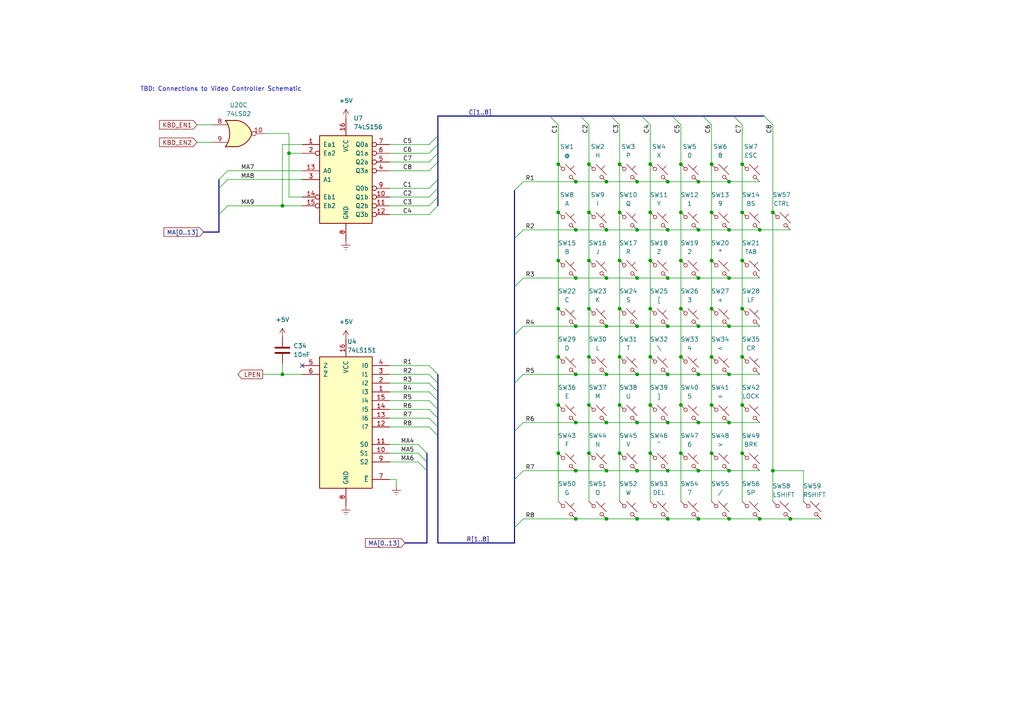
<source format=kicad_sch>
(kicad_sch (version 20230121) (generator eeschema)
  (paper "A4")
  (title_block (title "Microbee Kit") (date "1982") (rev "1") (comment 1 "(c) 1982 OJH MICROWORLD") (comment 2 "Schematic Resrawn by Rhys Weatherley"))
  (lib_symbols
    (symbol "74xx:74LS02" (pin_names (offset 1.016))
      (property "Reference" "U" (at 0 1.27 0))
      (property "Value" "74LS02" (at 0 -1.27 0))
      (symbol "74LS02_1_1"
        (arc (start -3.81 -3.81) (mid -2.589 0) (end -3.81 3.81) (stroke (width 0.254)))
        (arc (start -0.6096 -3.81) (mid 2.1842 -2.5851) (end 3.81 0) (stroke (width 0.254)) (fill (type background)))
        (polyline (pts (xy -3.81 -3.81) (xy -0.635 -3.81)) (stroke (width 0.254)) (fill (type background)))
        (polyline (pts (xy -3.81 3.81) (xy -0.635 3.81)) (stroke (width 0.254)) (fill (type background)))
        (polyline (pts (xy -0.635 3.81) (xy -3.81 3.81) (xy -3.81 3.81) (xy -3.556 3.4036) (xy -3.0226 2.2606) (xy -2.6924 1.0414) (xy -2.6162 -0.254) (xy -2.7686 -1.4986) (xy -3.175 -2.7178) (xy -3.81 -3.81) (xy -3.81 -3.81) (xy -0.635 -3.81)) (stroke (width -25.4)) (fill (type background)))
        (arc (start 3.81 0) (mid 2.1915 2.5936) (end -0.6096 3.81) (stroke (width 0.254)) (fill (type background)))
        (pin output inverted (at 7.62 0 180) (length 3.81) (name "~") (number "1"))
        (pin input line (at -7.62 2.54 0) (length 4.318) (name "~") (number "2"))
        (pin input line (at -7.62 -2.54 0) (length 4.318) (name "~") (number "3"))
      )
      (symbol "74LS02_1_2"
        (arc (start 0 -3.81) (mid 3.7934 0) (end 0 3.81) (stroke (width 0.254)) (fill (type background)))
        (polyline (pts (xy 0 3.81) (xy -3.81 3.81) (xy -3.81 -3.81) (xy 0 -3.81)) (stroke (width 0.254)) (fill (type background)))
        (pin output line (at 7.62 0 180) (length 3.81) (name "~") (number "1"))
        (pin input inverted (at -7.62 2.54 0) (length 3.81) (name "~") (number "2"))
        (pin input inverted (at -7.62 -2.54 0) (length 3.81) (name "~") (number "3"))
      )
      (symbol "74LS02_2_1"
        (arc (start -3.81 -3.81) (mid -2.589 0) (end -3.81 3.81) (stroke (width 0.254)))
        (arc (start -0.6096 -3.81) (mid 2.1842 -2.5851) (end 3.81 0) (stroke (width 0.254)) (fill (type background)))
        (polyline (pts (xy -3.81 -3.81) (xy -0.635 -3.81)) (stroke (width 0.254)) (fill (type background)))
        (polyline (pts (xy -3.81 3.81) (xy -0.635 3.81)) (stroke (width 0.254)) (fill (type background)))
        (polyline (pts (xy -0.635 3.81) (xy -3.81 3.81) (xy -3.81 3.81) (xy -3.556 3.4036) (xy -3.0226 2.2606) (xy -2.6924 1.0414) (xy -2.6162 -0.254) (xy -2.7686 -1.4986) (xy -3.175 -2.7178) (xy -3.81 -3.81) (xy -3.81 -3.81) (xy -0.635 -3.81)) (stroke (width -25.4)) (fill (type background)))
        (arc (start 3.81 0) (mid 2.1915 2.5936) (end -0.6096 3.81) (stroke (width 0.254)) (fill (type background)))
        (pin output inverted (at 7.62 0 180) (length 3.81) (name "~") (number "4"))
        (pin input line (at -7.62 2.54 0) (length 4.318) (name "~") (number "5"))
        (pin input line (at -7.62 -2.54 0) (length 4.318) (name "~") (number "6"))
      )
      (symbol "74LS02_2_2"
        (arc (start 0 -3.81) (mid 3.7934 0) (end 0 3.81) (stroke (width 0.254)) (fill (type background)))
        (polyline (pts (xy 0 3.81) (xy -3.81 3.81) (xy -3.81 -3.81) (xy 0 -3.81)) (stroke (width 0.254)) (fill (type background)))
        (pin output line (at 7.62 0 180) (length 3.81) (name "~") (number "4"))
        (pin input inverted (at -7.62 2.54 0) (length 3.81) (name "~") (number "5"))
        (pin input inverted (at -7.62 -2.54 0) (length 3.81) (name "~") (number "6"))
      )
      (symbol "74LS02_3_1"
        (arc (start -3.81 -3.81) (mid -2.589 0) (end -3.81 3.81) (stroke (width 0.254)))
        (arc (start -0.6096 -3.81) (mid 2.1842 -2.5851) (end 3.81 0) (stroke (width 0.254)) (fill (type background)))
        (polyline (pts (xy -3.81 -3.81) (xy -0.635 -3.81)) (stroke (width 0.254)) (fill (type background)))
        (polyline (pts (xy -3.81 3.81) (xy -0.635 3.81)) (stroke (width 0.254)) (fill (type background)))
        (polyline (pts (xy -0.635 3.81) (xy -3.81 3.81) (xy -3.81 3.81) (xy -3.556 3.4036) (xy -3.0226 2.2606) (xy -2.6924 1.0414) (xy -2.6162 -0.254) (xy -2.7686 -1.4986) (xy -3.175 -2.7178) (xy -3.81 -3.81) (xy -3.81 -3.81) (xy -0.635 -3.81)) (stroke (width -25.4)) (fill (type background)))
        (arc (start 3.81 0) (mid 2.1915 2.5936) (end -0.6096 3.81) (stroke (width 0.254)) (fill (type background)))
        (pin output inverted (at 7.62 0 180) (length 3.81) (name "~") (number "10"))
        (pin input line (at -7.62 2.54 0) (length 4.318) (name "~") (number "8"))
        (pin input line (at -7.62 -2.54 0) (length 4.318) (name "~") (number "9"))
      )
      (symbol "74LS02_3_2"
        (arc (start 0 -3.81) (mid 3.7934 0) (end 0 3.81) (stroke (width 0.254)) (fill (type background)))
        (polyline (pts (xy 0 3.81) (xy -3.81 3.81) (xy -3.81 -3.81) (xy 0 -3.81)) (stroke (width 0.254)) (fill (type background)))
        (pin output line (at 7.62 0 180) (length 3.81) (name "~") (number "10"))
        (pin input inverted (at -7.62 2.54 0) (length 3.81) (name "~") (number "8"))
        (pin input inverted (at -7.62 -2.54 0) (length 3.81) (name "~") (number "9"))
      )
      (symbol "74LS02_4_1"
        (arc (start -3.81 -3.81) (mid -2.589 0) (end -3.81 3.81) (stroke (width 0.254)))
        (arc (start -0.6096 -3.81) (mid 2.1842 -2.5851) (end 3.81 0) (stroke (width 0.254)) (fill (type background)))
        (polyline (pts (xy -3.81 -3.81) (xy -0.635 -3.81)) (stroke (width 0.254)) (fill (type background)))
        (polyline (pts (xy -3.81 3.81) (xy -0.635 3.81)) (stroke (width 0.254)) (fill (type background)))
        (polyline (pts (xy -0.635 3.81) (xy -3.81 3.81) (xy -3.81 3.81) (xy -3.556 3.4036) (xy -3.0226 2.2606) (xy -2.6924 1.0414) (xy -2.6162 -0.254) (xy -2.7686 -1.4986) (xy -3.175 -2.7178) (xy -3.81 -3.81) (xy -3.81 -3.81) (xy -0.635 -3.81)) (stroke (width -25.4)) (fill (type background)))
        (arc (start 3.81 0) (mid 2.1915 2.5936) (end -0.6096 3.81) (stroke (width 0.254)) (fill (type background)))
        (pin input line (at -7.62 2.54 0) (length 4.318) (name "~") (number "11"))
        (pin input line (at -7.62 -2.54 0) (length 4.318) (name "~") (number "12"))
        (pin output inverted (at 7.62 0 180) (length 3.81) (name "~") (number "13"))
      )
      (symbol "74LS02_4_2"
        (arc (start 0 -3.81) (mid 3.7934 0) (end 0 3.81) (stroke (width 0.254)) (fill (type background)))
        (polyline (pts (xy 0 3.81) (xy -3.81 3.81) (xy -3.81 -3.81) (xy 0 -3.81)) (stroke (width 0.254)) (fill (type background)))
        (pin input inverted (at -7.62 2.54 0) (length 3.81) (name "~") (number "11"))
        (pin input inverted (at -7.62 -2.54 0) (length 3.81) (name "~") (number "12"))
        (pin output line (at 7.62 0 180) (length 3.81) (name "~") (number "13"))
      )
      (symbol "74LS02_5_0"
        (pin power_in line (at 0 12.7 270) (length 5.08) (name "VCC") (number "14"))
        (pin power_in line (at 0 -12.7 90) (length 5.08) (name "GND") (number "7"))
      )
      (symbol "74LS02_5_1"
        (rectangle (start -5.08 7.62) (end 5.08 -7.62) (stroke (width 0.254)) (fill (type background)))
      )
    )
    (symbol "74xx:74LS151" (pin_names (offset 1.016))
      (property "Reference" "U" (at -7.62 19.05 0))
      (property "Value" "74LS151" (at -7.62 -21.59 0))
      (symbol "74LS151_1_0"
        (pin input line (at -12.7 7.62 0) (length 5.08) (name "I3") (number "1"))
        (pin input line (at -12.7 -10.16 0) (length 5.08) (name "S1") (number "10"))
        (pin input line (at -12.7 -7.62 0) (length 5.08) (name "S0") (number "11"))
        (pin input line (at -12.7 -2.54 0) (length 5.08) (name "I7") (number "12"))
        (pin input line (at -12.7 0 0) (length 5.08) (name "I6") (number "13"))
        (pin input line (at -12.7 2.54 0) (length 5.08) (name "I5") (number "14"))
        (pin input line (at -12.7 5.08 0) (length 5.08) (name "I4") (number "15"))
        (pin power_in line (at 0 22.86 270) (length 5.08) (name "VCC") (number "16"))
        (pin input line (at -12.7 10.16 0) (length 5.08) (name "I2") (number "2"))
        (pin input line (at -12.7 12.7 0) (length 5.08) (name "I1") (number "3"))
        (pin input line (at -12.7 15.24 0) (length 5.08) (name "I0") (number "4"))
        (pin output line (at 12.7 15.24 180) (length 5.08) (name "Z") (number "5"))
        (pin output line (at 12.7 12.7 180) (length 5.08) (name "~{Z}") (number "6"))
        (pin input line (at -12.7 -17.78 0) (length 5.08) (name "~{E}") (number "7"))
        (pin power_in line (at 0 -25.4 90) (length 5.08) (name "GND") (number "8"))
        (pin input line (at -12.7 -12.7 0) (length 5.08) (name "S2") (number "9"))
      )
      (symbol "74LS151_1_1"
        (rectangle (start -7.62 17.78) (end 7.62 -20.32) (stroke (width 0.254)) (fill (type background)))
      )
    )
    (symbol "74xx:74LS156" (pin_names (offset 1.016))
      (property "Reference" "U" (at -7.62 13.97 0))
      (property "Value" "74LS156" (at -7.62 -13.97 0))
      (symbol "74LS156_1_0"
        (pin input line (at -12.7 10.16 0) (length 5.08) (name "Ea1") (number "1"))
        (pin output inverted (at 12.7 -5.08 180) (length 5.08) (name "Q1b") (number "10"))
        (pin output inverted (at 12.7 -7.62 180) (length 5.08) (name "Q2b") (number "11"))
        (pin output inverted (at 12.7 -10.16 180) (length 5.08) (name "Q3b") (number "12"))
        (pin input line (at -12.7 2.54 0) (length 5.08) (name "A0") (number "13"))
        (pin input inverted (at -12.7 -5.08 0) (length 5.08) (name "Eb1") (number "14"))
        (pin input inverted (at -12.7 -7.62 0) (length 5.08) (name "Eb2") (number "15"))
        (pin power_in line (at 0 17.78 270) (length 5.08) (name "VCC") (number "16"))
        (pin input inverted (at -12.7 7.62 0) (length 5.08) (name "Ea2") (number "2"))
        (pin input line (at -12.7 0 0) (length 5.08) (name "A1") (number "3"))
        (pin output inverted (at 12.7 2.54 180) (length 5.08) (name "Q3a") (number "4"))
        (pin output inverted (at 12.7 5.08 180) (length 5.08) (name "Q2a") (number "5"))
        (pin output inverted (at 12.7 7.62 180) (length 5.08) (name "Q1a") (number "6"))
        (pin output inverted (at 12.7 10.16 180) (length 5.08) (name "Q0a") (number "7"))
        (pin power_in line (at 0 -17.78 90) (length 5.08) (name "GND") (number "8"))
        (pin output inverted (at 12.7 -2.54 180) (length 5.08) (name "Q0b") (number "9"))
      )
      (symbol "74LS156_1_1"
        (rectangle (start -7.62 12.7) (end 7.62 -12.7) (stroke (width 0.254)) (fill (type background)))
      )
    )
    (symbol "Device:C" (pin_numbers hide) (pin_names (offset 0.254))
      (property "Reference" "C" (at 0.635 2.54 0))
      (property "Value" "C" (at 0.635 -2.54 0))
      (symbol "C_0_1"
        (polyline (pts (xy -2.032 -0.762) (xy 2.032 -0.762)) (stroke (width 0.508)))
        (polyline (pts (xy -2.032 0.762) (xy 2.032 0.762)) (stroke (width 0.508)))
      )
      (symbol "C_1_1"
        (pin passive line (at 0 3.81 270) (length 2.794) (name "~") (number "1"))
        (pin passive line (at 0 -3.81 90) (length 2.794) (name "~") (number "2"))
      )
    )
    (symbol "Switch:SW_Push_45deg" (pin_numbers hide) (pin_names (offset 1.016) hide)
      (property "Reference" "SW" (at 3.048 1.016 0))
      (property "Value" "SW_Push_45deg" (at 0 -3.81 0))
      (symbol "SW_Push_45deg_0_1"
        (circle (center -1.1684 1.1684) (radius 0.508))
        (polyline (pts (xy -0.508 2.54) (xy 2.54 -0.508)))
        (polyline (pts (xy 1.016 1.016) (xy 2.032 2.032)))
        (polyline (pts (xy -2.54 2.54) (xy -1.524 1.524) (xy -1.524 1.524)))
        (polyline (pts (xy 1.524 -1.524) (xy 2.54 -2.54) (xy 2.54 -2.54) (xy 2.54 -2.54)))
        (circle (center 1.143 -1.1938) (radius 0.508))
        (pin passive line (at -2.54 2.54 0) (length 0) (name "1") (number "1"))
        (pin passive line (at 2.54 -2.54 180) (length 0) (name "2") (number "2"))
      )
    )
    (symbol "power:+5V" (power) (pin_names (offset 0))
      (property "Value" "+5V" (at 0 3.556 0))
      (symbol "+5V_0_1"
        (polyline (pts (xy -0.762 1.27) (xy 0 2.54)))
        (polyline (pts (xy 0 0) (xy 0 2.54)))
        (polyline (pts (xy 0 2.54) (xy 0.762 1.27)))
      )
      (symbol "+5V_1_1"
        (pin power_in line (at 0 0 90) (length 0) hide (name "+5V") (number "1"))
      )
    )
    (symbol "power:Earth" (power) (pin_names (offset 0))
      (symbol "Earth_0_1"
        (polyline (pts (xy -0.635 -1.905) (xy 0.635 -1.905)))
        (polyline (pts (xy -0.127 -2.54) (xy 0.127 -2.54)))
        (polyline (pts (xy 0 -1.27) (xy 0 0)))
        (polyline (pts (xy 1.27 -1.27) (xy -1.27 -1.27)))
      )
      (symbol "Earth_1_1"
        (pin power_in line (at 0 0 270) (length 0) hide (name "Earth") (number "1"))
      )
    )
  )
  (junction (at 175.895 80.645))
  (junction (at 170.815 75.565))
  (junction (at 206.375 131.445))
  (junction (at 179.705 75.565))
  (junction (at 170.815 61.595))
  (junction (at 211.455 52.705))
  (junction (at 167.005 108.585))
  (junction (at 202.565 94.615))
  (junction (at 83.82 44.45))
  (junction (at 211.455 136.525))
  (junction (at 197.485 61.595))
  (junction (at 211.455 150.495))
  (junction (at 161.925 47.625))
  (junction (at 211.455 108.585))
  (junction (at 197.485 103.505))
  (junction (at 184.785 94.615))
  (junction (at 81.915 108.585))
  (junction (at 188.595 75.565))
  (junction (at 81.915 59.69))
  (junction (at 215.265 103.505))
  (junction (at 193.675 122.555))
  (junction (at 215.265 131.445))
  (junction (at 193.675 80.645))
  (junction (at 175.895 122.555))
  (junction (at 184.785 80.645))
  (junction (at 188.595 61.595))
  (junction (at 224.155 61.595))
  (junction (at 206.375 47.625))
  (junction (at 188.595 103.505))
  (junction (at 184.785 150.495))
  (junction (at 188.595 89.535))
  (junction (at 197.485 131.445))
  (junction (at 206.375 103.505))
  (junction (at 184.785 108.585))
  (junction (at 179.705 89.535))
  (junction (at 161.925 89.535))
  (junction (at 211.455 94.615))
  (junction (at 175.895 52.705))
  (junction (at 193.675 94.615))
  (junction (at 202.565 108.585))
  (junction (at 197.485 89.535))
  (junction (at 193.675 108.585))
  (junction (at 170.815 47.625))
  (junction (at 229.235 150.495))
  (junction (at 175.895 66.675))
  (junction (at 170.815 131.445))
  (junction (at 211.455 122.555))
  (junction (at 197.485 117.475))
  (junction (at 167.005 66.675))
  (junction (at 197.485 75.565))
  (junction (at 211.455 66.675))
  (junction (at 167.005 94.615))
  (junction (at 188.595 131.445))
  (junction (at 193.675 66.675))
  (junction (at 170.815 117.475))
  (junction (at 202.565 136.525))
  (junction (at 206.375 117.475))
  (junction (at 220.345 150.495))
  (junction (at 167.005 150.495))
  (junction (at 224.155 136.525))
  (junction (at 179.705 47.625))
  (junction (at 170.815 89.535))
  (junction (at 184.785 66.675))
  (junction (at 202.565 80.645))
  (junction (at 215.265 75.565))
  (junction (at 215.265 47.625))
  (junction (at 188.595 117.475))
  (junction (at 179.705 131.445))
  (junction (at 184.785 52.705))
  (junction (at 170.815 103.505))
  (junction (at 179.705 61.595))
  (junction (at 193.675 52.705))
  (junction (at 220.345 66.675))
  (junction (at 175.895 136.525))
  (junction (at 167.005 80.645))
  (junction (at 197.485 47.625))
  (junction (at 184.785 122.555))
  (junction (at 179.705 103.505))
  (junction (at 167.005 122.555))
  (junction (at 175.895 108.585))
  (junction (at 175.895 150.495))
  (junction (at 188.595 47.625))
  (junction (at 206.375 75.565))
  (junction (at 193.675 136.525))
  (junction (at 215.265 117.475))
  (junction (at 202.565 52.705))
  (junction (at 184.785 136.525))
  (junction (at 202.565 66.675))
  (junction (at 161.925 117.475))
  (junction (at 206.375 89.535))
  (junction (at 202.565 150.495))
  (junction (at 215.265 61.595))
  (junction (at 161.925 131.445))
  (junction (at 161.925 103.505))
  (junction (at 202.565 122.555))
  (junction (at 161.925 75.565))
  (junction (at 179.705 117.475))
  (junction (at 193.675 150.495))
  (junction (at 215.265 89.535))
  (junction (at 211.455 80.645))
  (junction (at 206.375 61.595))
  (junction (at 175.895 94.615))
  (junction (at 161.925 61.595))
  (junction (at 167.005 52.705))
  (junction (at 167.005 136.525))
  (no_connect (at 87.63 106.045))
  (bus_entry (at 124.46 59.69) (size 2.54 -2.54))
  (bus_entry (at 124.46 46.99) (size 2.54 -2.54))
  (bus_entry (at 121.285 133.985) (size 2.54 2.54))
  (bus_entry (at 149.225 69.215) (size 2.54 -2.54))
  (bus_entry (at 149.225 139.065) (size 2.54 -2.54))
  (bus_entry (at 124.46 116.205) (size 2.54 2.54))
  (bus_entry (at 63.5 54.61) (size 2.54 -2.54))
  (bus_entry (at 149.225 153.035) (size 2.54 -2.54))
  (bus_entry (at 124.46 113.665) (size 2.54 2.54))
  (bus_entry (at 124.46 49.53) (size 2.54 -2.54))
  (bus_entry (at 221.615 33.655) (size 2.54 2.54))
  (bus_entry (at 159.385 33.655) (size 2.54 2.54))
  (bus_entry (at 63.5 52.07) (size 2.54 -2.54))
  (bus_entry (at 168.275 33.655) (size 2.54 2.54))
  (bus_entry (at 212.725 33.655) (size 2.54 2.54))
  (bus_entry (at 149.225 55.245) (size 2.54 -2.54))
  (bus_entry (at 124.46 44.45) (size 2.54 -2.54))
  (bus_entry (at 124.46 108.585) (size 2.54 2.54))
  (bus_entry (at 203.835 33.655) (size 2.54 2.54))
  (bus_entry (at 63.5 62.23) (size 2.54 -2.54))
  (bus_entry (at 194.945 33.655) (size 2.54 2.54))
  (bus_entry (at 149.225 83.185) (size 2.54 -2.54))
  (bus_entry (at 177.165 33.655) (size 2.54 2.54))
  (bus_entry (at 124.46 123.825) (size 2.54 2.54))
  (bus_entry (at 149.225 111.125) (size 2.54 -2.54))
  (bus_entry (at 124.46 57.15) (size 2.54 -2.54))
  (bus_entry (at 121.285 131.445) (size 2.54 2.54))
  (bus_entry (at 186.055 33.655) (size 2.54 2.54))
  (bus_entry (at 121.285 128.905) (size 2.54 2.54))
  (bus_entry (at 149.225 125.095) (size 2.54 -2.54))
  (bus_entry (at 124.46 106.045) (size 2.54 2.54))
  (bus_entry (at 124.46 62.23) (size 2.54 -2.54))
  (bus_entry (at 124.46 118.745) (size 2.54 2.54))
  (bus_entry (at 124.46 121.285) (size 2.54 2.54))
  (bus_entry (at 149.225 97.155) (size 2.54 -2.54))
  (bus_entry (at 124.46 41.91) (size 2.54 -2.54))
  (bus_entry (at 124.46 54.61) (size 2.54 -2.54))
  (bus_entry (at 124.46 111.125) (size 2.54 2.54))
  (wire (pts (xy 202.565 52.705) (xy 211.455 52.705)))
  (bus (pts (xy 127 157.48) (xy 127 126.365)))
  (bus (pts (xy 127 39.37) (xy 127 41.91)))
  (bus (pts (xy 149.225 139.065) (xy 149.225 153.035)))
  (wire (pts (xy 83.82 44.45) (xy 83.82 38.735)))
  (wire (pts (xy 202.565 94.615) (xy 211.455 94.615)))
  (wire (pts (xy 66.04 59.69) (xy 81.915 59.69)))
  (wire (pts (xy 215.265 47.625) (xy 215.265 61.595)))
  (wire (pts (xy 161.925 47.625) (xy 161.925 61.595)))
  (wire (pts (xy 175.895 150.495) (xy 184.785 150.495)))
  (wire (pts (xy 81.915 108.585) (xy 87.63 108.585)))
  (bus (pts (xy 127 52.07) (xy 127 54.61)))
  (wire (pts (xy 179.705 36.195) (xy 179.705 47.625)))
  (bus (pts (xy 127 126.365) (xy 127 123.825)))
  (bus (pts (xy 63.5 62.23) (xy 63.5 67.31)))
  (wire (pts (xy 175.895 122.555) (xy 184.785 122.555)))
  (bus (pts (xy 127 44.45) (xy 127 46.99)))
  (bus (pts (xy 149.225 97.155) (xy 149.225 111.125)))
  (wire (pts (xy 113.03 131.445) (xy 121.285 131.445)))
  (bus (pts (xy 123.825 157.48) (xy 117.475 157.48)))
  (wire (pts (xy 193.675 122.555) (xy 202.565 122.555)))
  (wire (pts (xy 202.565 150.495) (xy 211.455 150.495)))
  (wire (pts (xy 167.005 122.555) (xy 175.895 122.555)))
  (wire (pts (xy 57.15 41.275) (xy 61.595 41.275)))
  (wire (pts (xy 179.705 117.475) (xy 179.705 131.445)))
  (bus (pts (xy 127 33.655) (xy 127 39.37)))
  (wire (pts (xy 211.455 80.645) (xy 220.345 80.645)))
  (wire (pts (xy 167.005 94.615) (xy 175.895 94.615)))
  (wire (pts (xy 167.005 80.645) (xy 175.895 80.645)))
  (bus (pts (xy 127 121.285) (xy 127 118.745)))
  (wire (pts (xy 175.895 66.675) (xy 184.785 66.675)))
  (wire (pts (xy 161.925 36.195) (xy 161.925 47.625)))
  (bus (pts (xy 149.225 69.215) (xy 149.225 83.185)))
  (wire (pts (xy 188.595 89.535) (xy 188.595 103.505)))
  (wire (pts (xy 184.785 94.615) (xy 193.675 94.615)))
  (wire (pts (xy 113.03 133.985) (xy 121.285 133.985)))
  (wire (pts (xy 81.915 41.91) (xy 87.63 41.91)))
  (bus (pts (xy 168.275 33.655) (xy 177.165 33.655)))
  (wire (pts (xy 161.925 103.505) (xy 161.925 117.475)))
  (wire (pts (xy 167.005 136.525) (xy 175.895 136.525)))
  (bus (pts (xy 63.5 52.07) (xy 63.5 54.61)))
  (wire (pts (xy 87.63 59.69) (xy 81.915 59.69)))
  (wire (pts (xy 211.455 122.555) (xy 220.345 122.555)))
  (wire (pts (xy 197.485 117.475) (xy 197.485 131.445)))
  (wire (pts (xy 224.155 36.195) (xy 224.155 61.595)))
  (wire (pts (xy 202.565 122.555) (xy 211.455 122.555)))
  (wire (pts (xy 87.63 57.15) (xy 83.82 57.15)))
  (bus (pts (xy 149.225 55.245) (xy 149.225 69.215)))
  (wire (pts (xy 76.2 108.585) (xy 81.915 108.585)))
  (wire (pts (xy 81.915 59.69) (xy 81.915 41.91)))
  (bus (pts (xy 127 111.125) (xy 127 108.585)))
  (wire (pts (xy 206.375 36.195) (xy 206.375 47.625)))
  (wire (pts (xy 184.785 122.555) (xy 193.675 122.555)))
  (wire (pts (xy 114.935 140.97) (xy 114.935 139.065)))
  (bus (pts (xy 127 116.205) (xy 127 113.665)))
  (wire (pts (xy 188.595 61.595) (xy 188.595 75.565)))
  (wire (pts (xy 184.785 136.525) (xy 193.675 136.525)))
  (wire (pts (xy 113.03 121.285) (xy 124.46 121.285)))
  (wire (pts (xy 151.765 94.615) (xy 167.005 94.615)))
  (wire (pts (xy 184.785 150.495) (xy 193.675 150.495)))
  (wire (pts (xy 206.375 75.565) (xy 206.375 89.535)))
  (wire (pts (xy 113.03 118.745) (xy 124.46 118.745)))
  (wire (pts (xy 211.455 136.525) (xy 220.345 136.525)))
  (wire (pts (xy 81.915 105.41) (xy 81.915 108.585)))
  (wire (pts (xy 215.265 36.195) (xy 215.265 47.625)))
  (wire (pts (xy 113.03 44.45) (xy 124.46 44.45)))
  (wire (pts (xy 193.675 52.705) (xy 202.565 52.705)))
  (wire (pts (xy 113.03 46.99) (xy 124.46 46.99)))
  (wire (pts (xy 206.375 89.535) (xy 206.375 103.505)))
  (bus (pts (xy 149.225 83.185) (xy 149.225 97.155)))
  (wire (pts (xy 175.895 80.645) (xy 184.785 80.645)))
  (bus (pts (xy 127 118.745) (xy 127 116.205)))
  (wire (pts (xy 229.235 150.495) (xy 238.125 150.495)))
  (bus (pts (xy 127 41.91) (xy 127 44.45)))
  (wire (pts (xy 113.03 41.91) (xy 124.46 41.91)))
  (wire (pts (xy 170.815 103.505) (xy 170.815 117.475)))
  (wire (pts (xy 161.925 75.565) (xy 161.925 89.535)))
  (wire (pts (xy 202.565 108.585) (xy 193.675 108.585)))
  (bus (pts (xy 149.225 125.095) (xy 149.225 139.065)))
  (wire (pts (xy 57.15 36.195) (xy 61.595 36.195)))
  (wire (pts (xy 175.895 94.615) (xy 184.785 94.615)))
  (wire (pts (xy 113.03 106.045) (xy 124.46 106.045)))
  (wire (pts (xy 161.925 89.535) (xy 161.925 103.505)))
  (wire (pts (xy 197.485 47.625) (xy 197.485 61.595)))
  (bus (pts (xy 177.165 33.655) (xy 186.055 33.655)))
  (wire (pts (xy 188.595 117.475) (xy 188.595 131.445)))
  (wire (pts (xy 113.03 128.905) (xy 121.285 128.905)))
  (wire (pts (xy 215.265 117.475) (xy 215.265 131.445)))
  (wire (pts (xy 220.345 150.495) (xy 229.235 150.495)))
  (wire (pts (xy 202.565 80.645) (xy 211.455 80.645)))
  (bus (pts (xy 159.385 33.655) (xy 168.275 33.655)))
  (wire (pts (xy 113.03 57.15) (xy 124.46 57.15)))
  (wire (pts (xy 170.815 75.565) (xy 170.815 89.535)))
  (wire (pts (xy 197.485 131.445) (xy 197.485 145.415)))
  (bus (pts (xy 123.825 131.445) (xy 123.825 133.985)))
  (wire (pts (xy 215.265 131.445) (xy 215.265 145.415)))
  (bus (pts (xy 63.5 67.31) (xy 59.055 67.31)))
  (bus (pts (xy 123.825 136.525) (xy 123.825 157.48)))
  (wire (pts (xy 76.835 38.735) (xy 83.82 38.735)))
  (wire (pts (xy 215.265 89.535) (xy 215.265 103.505)))
  (wire (pts (xy 179.705 61.595) (xy 179.705 75.565)))
  (wire (pts (xy 66.04 49.53) (xy 87.63 49.53)))
  (wire (pts (xy 188.595 131.445) (xy 188.595 145.415)))
  (bus (pts (xy 194.945 33.655) (xy 203.835 33.655)))
  (wire (pts (xy 113.03 49.53) (xy 124.46 49.53)))
  (wire (pts (xy 184.785 52.705) (xy 193.675 52.705)))
  (wire (pts (xy 206.375 103.505) (xy 206.375 117.475)))
  (wire (pts (xy 206.375 117.475) (xy 206.375 131.445)))
  (wire (pts (xy 161.925 61.595) (xy 161.925 75.565)))
  (wire (pts (xy 184.785 66.675) (xy 193.675 66.675)))
  (wire (pts (xy 211.455 52.705) (xy 220.345 52.705)))
  (wire (pts (xy 193.675 94.615) (xy 202.565 94.615)))
  (wire (pts (xy 167.005 52.705) (xy 175.895 52.705)))
  (wire (pts (xy 151.765 136.525) (xy 167.005 136.525)))
  (wire (pts (xy 197.485 61.595) (xy 197.485 75.565)))
  (wire (pts (xy 170.815 117.475) (xy 170.815 131.445)))
  (wire (pts (xy 170.815 131.445) (xy 170.815 145.415)))
  (wire (pts (xy 215.265 61.595) (xy 215.265 75.565)))
  (wire (pts (xy 170.815 89.535) (xy 170.815 103.505)))
  (wire (pts (xy 197.485 103.505) (xy 197.485 117.475)))
  (wire (pts (xy 83.82 44.45) (xy 87.63 44.45)))
  (wire (pts (xy 206.375 131.445) (xy 206.375 145.415)))
  (wire (pts (xy 113.03 123.825) (xy 124.46 123.825)))
  (wire (pts (xy 175.895 108.585) (xy 167.005 108.585)))
  (wire (pts (xy 170.815 36.195) (xy 170.815 47.625)))
  (wire (pts (xy 170.815 47.625) (xy 170.815 61.595)))
  (wire (pts (xy 83.82 57.15) (xy 83.82 44.45)))
  (bus (pts (xy 149.225 111.125) (xy 149.225 125.095)))
  (wire (pts (xy 206.375 47.625) (xy 206.375 61.595)))
  (wire (pts (xy 197.485 89.535) (xy 197.485 103.505)))
  (bus (pts (xy 63.5 54.61) (xy 63.5 62.23)))
  (wire (pts (xy 161.925 131.445) (xy 161.925 145.415)))
  (bus (pts (xy 186.055 33.655) (xy 194.945 33.655)))
  (wire (pts (xy 202.565 66.675) (xy 211.455 66.675)))
  (wire (pts (xy 188.595 47.625) (xy 188.595 61.595)))
  (bus (pts (xy 212.725 33.655) (xy 221.615 33.655)))
  (wire (pts (xy 193.675 136.525) (xy 202.565 136.525)))
  (wire (pts (xy 215.265 103.505) (xy 215.265 117.475)))
  (wire (pts (xy 167.005 150.495) (xy 175.895 150.495)))
  (wire (pts (xy 113.03 108.585) (xy 124.46 108.585)))
  (wire (pts (xy 188.595 75.565) (xy 188.595 89.535)))
  (bus (pts (xy 127 46.99) (xy 127 52.07)))
  (wire (pts (xy 193.675 150.495) (xy 202.565 150.495)))
  (wire (pts (xy 175.895 52.705) (xy 184.785 52.705)))
  (bus (pts (xy 127 54.61) (xy 127 57.15)))
  (wire (pts (xy 114.935 139.065) (xy 113.03 139.065)))
  (wire (pts (xy 184.785 80.645) (xy 193.675 80.645)))
  (wire (pts (xy 170.815 61.595) (xy 170.815 75.565)))
  (wire (pts (xy 151.765 80.645) (xy 167.005 80.645)))
  (bus (pts (xy 149.225 153.035) (xy 149.225 157.48)))
  (wire (pts (xy 151.765 52.705) (xy 167.005 52.705)))
  (wire (pts (xy 151.765 122.555) (xy 167.005 122.555)))
  (wire (pts (xy 193.675 80.645) (xy 202.565 80.645)))
  (wire (pts (xy 193.675 66.675) (xy 202.565 66.675)))
  (bus (pts (xy 127 113.665) (xy 127 111.125)))
  (wire (pts (xy 113.03 116.205) (xy 124.46 116.205)))
  (wire (pts (xy 202.565 136.525) (xy 211.455 136.525)))
  (wire (pts (xy 66.04 52.07) (xy 87.63 52.07)))
  (bus (pts (xy 127 33.655) (xy 159.385 33.655)))
  (wire (pts (xy 113.03 111.125) (xy 124.46 111.125)))
  (wire (pts (xy 211.455 66.675) (xy 220.345 66.675)))
  (wire (pts (xy 211.455 108.585) (xy 202.565 108.585)))
  (wire (pts (xy 179.705 75.565) (xy 179.705 89.535)))
  (wire (pts (xy 233.045 136.525) (xy 224.155 136.525)))
  (wire (pts (xy 179.705 47.625) (xy 179.705 61.595)))
  (wire (pts (xy 220.345 108.585) (xy 211.455 108.585)))
  (wire (pts (xy 211.455 150.495) (xy 220.345 150.495)))
  (wire (pts (xy 151.765 150.495) (xy 167.005 150.495)))
  (wire (pts (xy 224.155 136.525) (xy 224.155 145.415)))
  (wire (pts (xy 179.705 103.505) (xy 179.705 117.475)))
  (wire (pts (xy 220.345 66.675) (xy 229.235 66.675)))
  (wire (pts (xy 184.785 108.585) (xy 175.895 108.585)))
  (wire (pts (xy 113.03 54.61) (xy 124.46 54.61)))
  (wire (pts (xy 206.375 61.595) (xy 206.375 75.565)))
  (wire (pts (xy 197.485 36.195) (xy 197.485 47.625)))
  (bus (pts (xy 127 123.825) (xy 127 121.285)))
  (wire (pts (xy 193.675 108.585) (xy 184.785 108.585)))
  (wire (pts (xy 113.03 113.665) (xy 124.46 113.665)))
  (wire (pts (xy 188.595 36.195) (xy 188.595 47.625)))
  (wire (pts (xy 211.455 94.615) (xy 220.345 94.615)))
  (wire (pts (xy 113.03 59.69) (xy 124.46 59.69)))
  (wire (pts (xy 224.155 61.595) (xy 224.155 136.525)))
  (bus (pts (xy 127 157.48) (xy 149.225 157.48)))
  (wire (pts (xy 179.705 89.535) (xy 179.705 103.505)))
  (wire (pts (xy 179.705 131.445) (xy 179.705 145.415)))
  (wire (pts (xy 151.765 66.675) (xy 167.005 66.675)))
  (wire (pts (xy 188.595 103.505) (xy 188.595 117.475)))
  (wire (pts (xy 197.485 75.565) (xy 197.485 89.535)))
  (wire (pts (xy 215.265 75.565) (xy 215.265 89.535)))
  (wire (pts (xy 161.925 117.475) (xy 161.925 131.445)))
  (wire (pts (xy 167.005 66.675) (xy 175.895 66.675)))
  (wire (pts (xy 113.03 62.23) (xy 124.46 62.23)))
  (bus (pts (xy 203.835 33.655) (xy 212.725 33.655)))
  (bus (pts (xy 123.825 133.985) (xy 123.825 136.525)))
  (wire (pts (xy 233.045 145.415) (xy 233.045 136.525)))
  (wire (pts (xy 175.895 136.525) (xy 184.785 136.525)))
  (bus (pts (xy 127 57.15) (xy 127 59.69)))
  (wire (pts (xy 167.005 108.585) (xy 151.765 108.585)))
  (text "TBD: Connections to Video Controller Schematic" (at 40.64 26.67 0) (effects (font (size 1.27 1.27)) (justify left bottom)))
  (label "C6" (at 206.375 38.735 90))
  (label "R1" (at 152.4 52.705 0))
  (label "R3" (at 116.84 111.125 0))
  (label "R6" (at 152.4 122.555 0))
  (label "MA8" (at 69.85 52.07 0))
  (label "R7" (at 116.84 121.285 0))
  (label "C3" (at 116.84 59.69 0))
  (label "MA9" (at 69.85 59.69 0))
  (label "C1" (at 116.84 54.61 0))
  (label "C8" (at 116.84 49.53 0))
  (label "R3" (at 152.4 80.645 0))
  (label "C7" (at 116.84 46.99 0))
  (label "C3" (at 179.705 38.735 90))
  (label "C8" (at 224.155 38.735 90))
  (label "R8" (at 116.84 123.825 0))
  (label "C6" (at 116.84 44.45 0))
  (label "R4" (at 152.4 94.615 0))
  (label "C4" (at 116.84 62.23 0))
  (label "C5" (at 197.485 38.735 90))
  (label "MA5" (at 116.205 131.445 0))
  (label "C7" (at 215.265 38.735 90))
  (label "R6" (at 116.84 118.745 0))
  (label "C1" (at 161.925 38.735 90))
  (label "R[1..8]" (at 135.255 157.48 0))
  (label "MA7" (at 69.85 49.53 0))
  (label "C5" (at 116.84 41.91 0))
  (label "R8" (at 152.4 150.495 0))
  (label "C2" (at 116.84 57.15 0))
  (label "R4" (at 116.84 113.665 0))
  (label "MA6" (at 116.205 133.985 0))
  (label "C4" (at 188.595 38.735 90))
  (label "C[1..8]" (at 135.89 33.655 0))
  (label "R7" (at 152.4 136.525 0))
  (label "R2" (at 116.84 108.585 0))
  (label "R1" (at 116.84 106.045 0))
  (label "R5" (at 116.84 116.205 0))
  (label "R5" (at 152.4 108.585 0))
  (label "C2" (at 170.815 38.735 90))
  (label "R2" (at 152.4 66.675 0))
  (label "MA4" (at 116.205 128.905 0))
  (global_label "MA[0..13]" (shape input) (at 59.055 67.31 180) (property "Intersheetrefs" "${INTERSHEET_REFS}" (effects hide)))
  (global_label "KBD_EN1" (shape input) (at 57.15 36.195 180) (property "Intersheetrefs" "${INTERSHEET_REFS}" (effects hide)))
  (global_label "KBD_EN2" (shape input) (at 57.15 41.275 180) (property "Intersheetrefs" "${INTERSHEET_REFS}" (effects hide)))
  (global_label "MA[0..13]" (shape input) (at 117.475 157.48 180) (property "Intersheetrefs" "${INTERSHEET_REFS}" (effects hide)))
  (global_label "LPEN" (shape output) (at 76.2 108.585 180) (property "Intersheetrefs" "${INTERSHEET_REFS}" (effects hide)))
  (symbol (lib_id "Switch:SW_Push_45deg") (at 182.245 92.075 0) (unit 1)
    (property "Reference" "SW24" (at 182.245 84.455 0))
    (property "Value" "S" (at 182.245 86.995 0))
  )
  (symbol (lib_id "Switch:SW_Push_45deg") (at 226.695 147.955 0) (unit 1)
    (property "Reference" "SW58" (at 226.695 140.97 0))
    (property "Value" "LSHIFT" (at 227.33 143.51 0))
  )
  (symbol (lib_id "Switch:SW_Push_45deg") (at 173.355 120.015 0) (unit 1)
    (property "Reference" "SW37" (at 173.355 112.395 0))
    (property "Value" "M" (at 173.355 114.935 0))
  )
  (symbol (lib_id "Switch:SW_Push_45deg") (at 217.805 78.105 0) (unit 1)
    (property "Reference" "SW21" (at 217.805 70.485 0))
    (property "Value" "TAB" (at 217.805 73.025 0))
  )
  (symbol (lib_id "Switch:SW_Push_45deg") (at 200.025 92.075 0) (unit 1)
    (property "Reference" "SW26" (at 200.025 84.455 0))
    (property "Value" "3" (at 200.025 86.995 0))
  )
  (symbol (lib_id "Switch:SW_Push_45deg") (at 182.245 64.135 0) (unit 1)
    (property "Reference" "SW10" (at 182.245 56.515 0))
    (property "Value" "Q" (at 182.245 59.055 0))
  )
  (symbol (lib_id "Switch:SW_Push_45deg") (at 217.805 50.165 0) (unit 1)
    (property "Reference" "SW7" (at 217.805 42.545 0))
    (property "Value" "ESC" (at 217.805 45.085 0))
  )
  (symbol (lib_id "Switch:SW_Push_45deg") (at 208.915 106.045 0) (unit 1)
    (property "Reference" "SW34" (at 208.915 98.425 0))
    (property "Value" "<" (at 208.915 100.965 0))
  )
  (symbol (lib_id "Switch:SW_Push_45deg") (at 173.355 64.135 0) (unit 1)
    (property "Reference" "SW9" (at 173.355 56.515 0))
    (property "Value" "I" (at 173.355 59.055 0))
  )
  (symbol (lib_id "Switch:SW_Push_45deg") (at 182.245 133.985 0) (unit 1)
    (property "Reference" "SW45" (at 182.245 126.365 0))
    (property "Value" "V" (at 182.245 128.905 0))
  )
  (symbol (lib_id "Switch:SW_Push_45deg") (at 173.355 133.985 0) (unit 1)
    (property "Reference" "SW44" (at 173.355 126.365 0))
    (property "Value" "N" (at 173.355 128.905 0))
  )
  (symbol (lib_id "Switch:SW_Push_45deg") (at 200.025 147.955 0) (unit 1)
    (property "Reference" "SW54" (at 200.025 140.335 0))
    (property "Value" "7" (at 200.025 142.875 0))
  )
  (symbol (lib_id "Switch:SW_Push_45deg") (at 200.025 106.045 0) (unit 1)
    (property "Reference" "SW33" (at 200.025 98.425 0))
    (property "Value" "4" (at 200.025 100.965 0))
  )
  (symbol (lib_id "Switch:SW_Push_45deg") (at 173.355 147.955 0) (unit 1)
    (property "Reference" "SW51" (at 173.355 140.335 0))
    (property "Value" "O" (at 173.355 142.875 0))
  )
  (symbol (lib_id "Switch:SW_Push_45deg") (at 182.245 78.105 0) (unit 1)
    (property "Reference" "SW17" (at 182.245 70.485 0))
    (property "Value" "R" (at 182.245 73.025 0))
  )
  (symbol (lib_id "74xx:74LS151") (at 100.33 121.285 0) (mirror y) (unit 1)
    (property "Reference" "U4" (at 100.6759 99.06 0) (effects (justify right)))
    (property "Value" "74LS151" (at 100.6759 101.6 0) (effects (justify right)))
    (property "Footprint" "Package_DIP:DIP-16_W7.62mm" (effects hide))
    (property "Datasheet" "http://www.ti.com/lit/gpn/sn74LS151" (effects hide))
  )
  (symbol (lib_id "Switch:SW_Push_45deg") (at 217.805 133.985 0) (unit 1)
    (property "Reference" "SW49" (at 217.805 126.365 0))
    (property "Value" "BRK" (at 217.805 128.905 0))
  )
  (symbol (lib_id "Switch:SW_Push_45deg") (at 208.915 78.105 0) (unit 1)
    (property "Reference" "SW20" (at 208.915 70.485 0))
    (property "Value" "*" (at 208.915 73.025 0))
  )
  (symbol (lib_id "power:Earth") (at 100.33 146.685 0) (unit 1)
    (property "Reference" "#PWR085" (effects hide))
    (property "Value" "Earth" (effects hide))
  )
  (symbol (lib_id "Switch:SW_Push_45deg") (at 182.245 106.045 0) (unit 1)
    (property "Reference" "SW31" (at 182.245 98.425 0))
    (property "Value" "T" (at 182.245 100.965 0))
  )
  (symbol (lib_id "Switch:SW_Push_45deg") (at 191.135 133.985 0) (unit 1)
    (property "Reference" "SW46" (at 191.135 126.365 0))
    (property "Value" "^" (at 191.135 128.905 0))
  )
  (symbol (lib_id "Switch:SW_Push_45deg") (at 182.245 50.165 0) (unit 1)
    (property "Reference" "SW3" (at 182.245 42.545 0))
    (property "Value" "P" (at 182.245 45.085 0))
  )
  (symbol (lib_id "Switch:SW_Push_45deg") (at 164.465 133.985 0) (unit 1)
    (property "Reference" "SW43" (at 164.465 126.365 0))
    (property "Value" "F" (at 164.465 128.905 0))
  )
  (symbol (lib_id "Switch:SW_Push_45deg") (at 208.915 50.165 0) (unit 1)
    (property "Reference" "SW6" (at 208.915 42.545 0))
    (property "Value" "8" (at 208.915 45.085 0))
  )
  (symbol (lib_id "74xx:74LS156") (at 100.33 52.07 0) (unit 1)
    (property "Reference" "U7" (at 102.5241 34.29 0) (effects (justify left)))
    (property "Value" "74LS156" (at 102.5241 36.83 0) (effects (justify left)))
    (property "Footprint" "Package_DIP:DIP-16_W7.62mm" (effects hide))
    (property "Datasheet" "http://www.ti.com/lit/gpn/sn74LS156" (effects hide))
  )
  (symbol (lib_id "power:+5V") (at 100.33 34.29 0) (unit 1)
    (property "Reference" "#PWR082" (effects hide))
    (property "Value" "+5V" (at 100.33 29.21 0))
  )
  (symbol (lib_id "power:+5V") (at 81.915 97.79 0) (unit 1)
    (property "Reference" "#PWR087" (effects hide))
    (property "Value" "+5V" (at 81.915 92.71 0))
  )
  (symbol (lib_id "Switch:SW_Push_45deg") (at 217.805 106.045 0) (unit 1)
    (property "Reference" "SW35" (at 217.805 98.425 0))
    (property "Value" "CR" (at 217.805 100.965 0))
  )
  (symbol (lib_id "Switch:SW_Push_45deg") (at 208.915 133.985 0) (unit 1)
    (property "Reference" "SW48" (at 208.915 126.365 0))
    (property "Value" ">" (at 208.915 128.905 0))
  )
  (symbol (lib_id "Switch:SW_Push_45deg") (at 164.465 106.045 0) (unit 1)
    (property "Reference" "SW29" (at 164.465 98.425 0))
    (property "Value" "D" (at 164.465 100.965 0))
  )
  (symbol (lib_id "Switch:SW_Push_45deg") (at 217.805 92.075 0) (unit 1)
    (property "Reference" "SW28" (at 217.805 84.455 0))
    (property "Value" "LF" (at 217.805 86.995 0))
  )
  (symbol (lib_id "Switch:SW_Push_45deg") (at 191.135 92.075 0) (unit 1)
    (property "Reference" "SW25" (at 191.135 84.455 0))
    (property "Value" "[" (at 191.135 86.995 0))
  )
  (symbol (lib_id "Switch:SW_Push_45deg") (at 164.465 120.015 0) (unit 1)
    (property "Reference" "SW36" (at 164.465 112.395 0))
    (property "Value" "E" (at 164.465 114.935 0))
  )
  (symbol (lib_id "Switch:SW_Push_45deg") (at 208.915 64.135 0) (unit 1)
    (property "Reference" "SW13" (at 208.915 56.515 0))
    (property "Value" "9" (at 208.915 59.055 0))
  )
  (symbol (lib_id "Switch:SW_Push_45deg") (at 191.135 64.135 0) (unit 1)
    (property "Reference" "SW11" (at 191.135 56.515 0))
    (property "Value" "Y" (at 191.135 59.055 0))
  )
  (symbol (lib_id "Switch:SW_Push_45deg") (at 182.245 147.955 0) (unit 1)
    (property "Reference" "SW52" (at 182.245 140.335 0))
    (property "Value" "W" (at 182.245 142.875 0))
  )
  (symbol (lib_id "Switch:SW_Push_45deg") (at 173.355 106.045 0) (unit 1)
    (property "Reference" "SW30" (at 173.355 98.425 0))
    (property "Value" "L" (at 173.355 100.965 0))
  )
  (symbol (lib_id "Switch:SW_Push_45deg") (at 164.465 50.165 0) (unit 1)
    (property "Reference" "SW1" (at 164.465 42.545 0))
    (property "Value" "@" (at 164.465 45.085 0))
  )
  (symbol (lib_id "power:+5V") (at 100.33 98.425 0) (unit 1)
    (property "Reference" "#PWR083" (effects hide))
    (property "Value" "+5V" (at 100.33 93.345 0))
  )
  (symbol (lib_id "Switch:SW_Push_45deg") (at 217.805 120.015 0) (unit 1)
    (property "Reference" "SW42" (at 217.805 112.395 0))
    (property "Value" "LOCK" (at 217.805 114.935 0))
  )
  (symbol (lib_id "Switch:SW_Push_45deg") (at 200.025 50.165 0) (unit 1)
    (property "Reference" "SW5" (at 200.025 42.545 0))
    (property "Value" "0" (at 200.025 45.085 0))
  )
  (symbol (lib_id "Switch:SW_Push_45deg") (at 164.465 64.135 0) (unit 1)
    (property "Reference" "SW8" (at 164.465 56.515 0))
    (property "Value" "A" (at 164.465 59.055 0))
  )
  (symbol (lib_id "Switch:SW_Push_45deg") (at 200.025 64.135 0) (unit 1)
    (property "Reference" "SW12" (at 200.025 56.515 0))
    (property "Value" "1" (at 200.025 59.055 0))
  )
  (symbol (lib_id "Switch:SW_Push_45deg") (at 164.465 147.955 0) (unit 1)
    (property "Reference" "SW50" (at 164.465 140.335 0))
    (property "Value" "G" (at 164.465 142.875 0))
  )
  (symbol (lib_id "Switch:SW_Push_45deg") (at 226.695 64.135 0) (unit 1)
    (property "Reference" "SW57" (at 226.695 56.515 0))
    (property "Value" "CTRL" (at 226.695 59.055 0))
  )
  (symbol (lib_id "Switch:SW_Push_45deg") (at 173.355 78.105 0) (unit 1)
    (property "Reference" "SW16" (at 173.355 70.485 0))
    (property "Value" "J" (at 173.355 73.025 0))
  )
  (symbol (lib_id "Switch:SW_Push_45deg") (at 200.025 120.015 0) (unit 1)
    (property "Reference" "SW40" (at 200.025 112.395 0))
    (property "Value" "5" (at 200.025 114.935 0))
  )
  (symbol (lib_id "Switch:SW_Push_45deg") (at 208.915 92.075 0) (unit 1)
    (property "Reference" "SW27" (at 208.915 84.455 0))
    (property "Value" "+" (at 208.915 86.995 0))
  )
  (symbol (lib_id "Switch:SW_Push_45deg") (at 200.025 78.105 0) (unit 1)
    (property "Reference" "SW19" (at 200.025 70.485 0))
    (property "Value" "2" (at 200.025 73.025 0))
  )
  (symbol (lib_id "Switch:SW_Push_45deg") (at 164.465 92.075 0) (unit 1)
    (property "Reference" "SW22" (at 164.465 84.455 0))
    (property "Value" "C" (at 164.465 86.995 0))
  )
  (symbol (lib_id "Switch:SW_Push_45deg") (at 208.915 120.015 0) (unit 1)
    (property "Reference" "SW41" (at 208.915 112.395 0))
    (property "Value" "=" (at 208.915 114.935 0))
  )
  (symbol (lib_id "power:Earth") (at 114.935 140.97 0) (unit 1)
    (property "Reference" "#PWR086" (effects hide))
    (property "Value" "Earth" (effects hide))
  )
  (symbol (lib_id "power:Earth") (at 100.33 69.85 0) (unit 1)
    (property "Reference" "#PWR084" (effects hide))
    (property "Value" "Earth" (effects hide))
  )
  (symbol (lib_id "74xx:74LS02") (at 69.215 38.735 0) (unit 3)
    (property "Reference" "U20" (at 69.215 30.48 0))
    (property "Value" "74LS02" (at 69.215 33.02 0))
    (property "Datasheet" "http://www.ti.com/lit/gpn/sn74ls02" (effects hide))
  )
  (symbol (lib_id "Switch:SW_Push_45deg") (at 217.805 147.955 0) (unit 1)
    (property "Reference" "SW56" (at 217.805 140.335 0))
    (property "Value" "SP" (at 217.805 142.875 0))
  )
  (symbol (lib_id "Switch:SW_Push_45deg") (at 191.135 50.165 0) (unit 1)
    (property "Reference" "SW4" (at 191.135 42.545 0))
    (property "Value" "X" (at 191.135 45.085 0))
  )
  (symbol (lib_id "Switch:SW_Push_45deg") (at 191.135 106.045 0) (unit 1)
    (property "Reference" "SW32" (at 191.135 98.425 0))
    (property "Value" "\\" (at 191.135 100.965 0))
  )
  (symbol (lib_id "Switch:SW_Push_45deg") (at 217.805 64.135 0) (unit 1)
    (property "Reference" "SW14" (at 217.805 56.515 0))
    (property "Value" "BS" (at 217.805 59.055 0))
  )
  (symbol (lib_id "Switch:SW_Push_45deg") (at 173.355 92.075 0) (unit 1)
    (property "Reference" "SW23" (at 173.355 84.455 0))
    (property "Value" "K" (at 173.355 86.995 0))
  )
  (symbol (lib_id "Switch:SW_Push_45deg") (at 208.915 147.955 0) (unit 1)
    (property "Reference" "SW55" (at 208.915 140.335 0))
    (property "Value" "/" (at 208.915 142.875 0))
  )
  (symbol (lib_id "Switch:SW_Push_45deg") (at 173.355 50.165 0) (unit 1)
    (property "Reference" "SW2" (at 173.355 42.545 0))
    (property "Value" "H" (at 173.355 45.085 0))
  )
  (symbol (lib_id "Switch:SW_Push_45deg") (at 200.025 133.985 0) (unit 1)
    (property "Reference" "SW47" (at 200.025 126.365 0))
    (property "Value" "6" (at 200.025 128.905 0))
  )
  (symbol (lib_id "Switch:SW_Push_45deg") (at 191.135 147.955 0) (unit 1)
    (property "Reference" "SW53" (at 191.135 140.335 0))
    (property "Value" "DEL" (at 191.135 142.875 0))
  )
  (symbol (lib_id "Switch:SW_Push_45deg") (at 191.135 78.105 0) (unit 1)
    (property "Reference" "SW18" (at 191.135 70.485 0))
    (property "Value" "Z" (at 191.135 73.025 0))
  )
  (symbol (lib_id "Switch:SW_Push_45deg") (at 164.465 78.105 0) (unit 1)
    (property "Reference" "SW15" (at 164.465 70.485 0))
    (property "Value" "B" (at 164.465 73.025 0))
  )
  (symbol (lib_id "Device:C") (at 81.915 101.6 0) (unit 1)
    (property "Reference" "C34" (at 85.09 100.33 0) (effects (justify left)))
    (property "Value" "10nF" (at 85.09 102.87 0) (effects (justify left)))
  )
  (symbol (lib_id "Switch:SW_Push_45deg") (at 235.585 147.955 0) (unit 1)
    (property "Reference" "SW59" (at 235.585 140.97 0))
    (property "Value" "RSHIFT" (at 236.22 143.51 0))
  )
  (symbol (lib_id "Switch:SW_Push_45deg") (at 182.245 120.015 0) (unit 1)
    (property "Reference" "SW38" (at 182.245 112.395 0))
    (property "Value" "U" (at 182.245 114.935 0))
  )
  (symbol (lib_id "Switch:SW_Push_45deg") (at 191.135 120.015 0) (unit 1)
    (property "Reference" "SW39" (at 191.135 112.395 0))
    (property "Value" "]" (at 191.135 114.935 0))
  )
)
</source>
